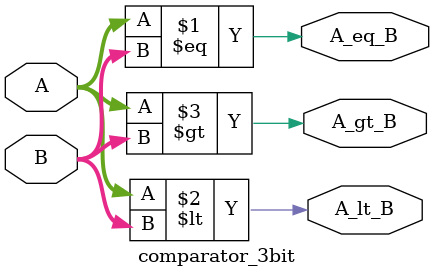
<source format=v>
`timescale 1ns / 1ps


module comparator_3bit (
    input  [2:0] A,      // 3-bit input A
    input  [2:0] B,      // 3-bit input B
    output A_eq_B,       // Output: A == B
    output A_lt_B,       // Output: A < B
    output A_gt_B        // Output: A > B
);

    // Continuous assignments for comparison
    assign A_eq_B = (A == B);  // High when A is equal to B
    assign A_lt_B = (A < B);   // High when A is less than B
    assign A_gt_B = (A > B);   // High when A is greater than B

endmodule


</source>
